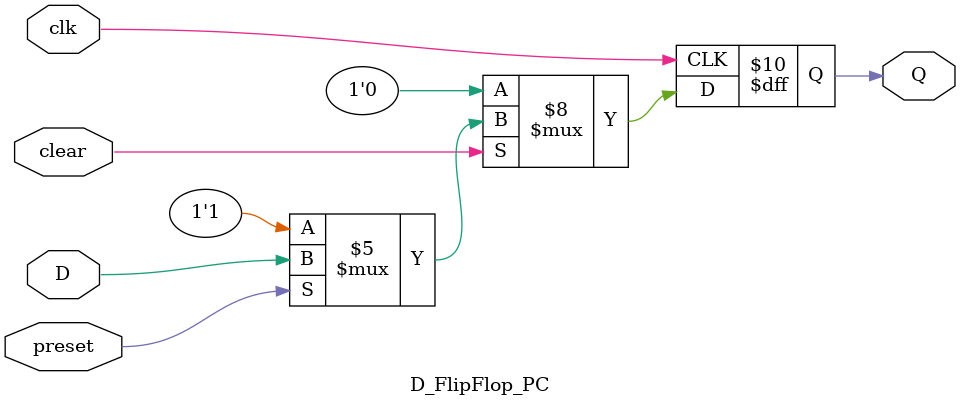
<source format=v>

module D_FlipFlop_PC(
    input clk, 
    input preset,
    input clear,
    input D,
    output reg Q

);

always@(negedge clk) 
begin
    if (clear == 0)
        Q <= 1'b0;
    else if(preset == 0)
        Q <= 1'b1;
    else
        Q <= D;
end

endmodule
</source>
